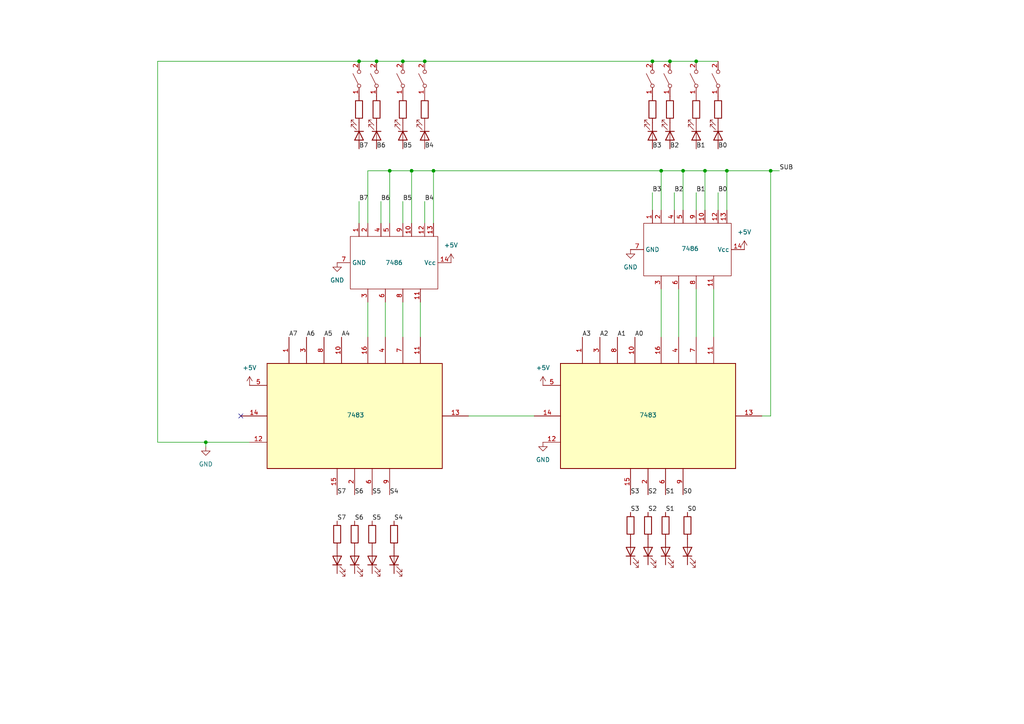
<source format=kicad_sch>
(kicad_sch (version 20250114) (generator "eeschema") (generator_version "9.0")
  (paper "A4")
  (lib_symbols
    (symbol "Device:LED" (pin_numbers (hide yes)) (pin_names (offset 1.016) (hide yes))
      (property "Reference" "D" (at 0 2.54 0))
      (property "Value" "LED" (at 0 -2.54 0))
      (symbol "LED_0_1"
        (polyline (pts (xy -3.048 -0.762) (xy -4.572 -2.286) (xy -3.81 -2.286) (xy -4.572 -2.286) (xy -4.572 -1.524)))
        (polyline (pts (xy -1.778 -0.762) (xy -3.302 -2.286) (xy -2.54 -2.286) (xy -3.302 -2.286) (xy -3.302 -1.524)))
        (polyline (pts (xy -1.27 0) (xy 1.27 0)))
        (polyline (pts (xy -1.27 -1.27) (xy -1.27 1.27)) (stroke (width 0.254)))
        (polyline (pts (xy 1.27 -1.27) (xy 1.27 1.27) (xy -1.27 0) (xy 1.27 -1.27)) (stroke (width 0.254)))
      )
      (symbol "LED_1_1"
        (pin passive line (at -3.81 0 0) (length 2.54) (name "K") (number "1"))
        (pin passive line (at 3.81 0 180) (length 2.54) (name "A") (number "2"))
      )
    )
    (symbol "Device:R" (pin_numbers (hide yes)) (pin_names (offset 0))
      (property "Reference" "R" (at 2.032 0 90))
      (property "Value" "R" (at 0 0 90))
      (symbol "R_0_1"
        (rectangle (start -1.016 -2.54) (end 1.016 2.54) (stroke (width 0.254)))
      )
      (symbol "R_1_1"
        (pin passive line (at 0 3.81 270) (length 1.27) (name "~") (number "1"))
        (pin passive line (at 0 -3.81 90) (length 1.27) (name "~") (number "2"))
      )
    )
    (symbol "NEW 7483_1" (pin_names (hide yes))
      (property "Reference" "IC7483" (at 0 0 0))
      (symbol "NEW 7483_1_0_0"
        (rectangle (start 25.4 15.24) (end -25.4 -15.24) (stroke (width 0.254)) (fill (type background)))
        (pin power_in line (at -30.48 8.89 0) (length 5.08) (name "VCC") (number "5"))
        (pin power_in line (at -30.48 -7.62 0) (length 5.08) (name "GND") (number "12"))
      )
      (symbol "NEW 7483_1_1_1"
        (pin input line (at -33.02 0 0) (length 7.62) (name "C4") (number "14"))
        (pin input line (at -19.05 22.86 270) (length 7.62) (name "A4") (number "1"))
        (pin input line (at -13.97 22.86 270) (length 7.62) (name "A3") (number "3"))
        (pin input line (at -8.89 22.86 270) (length 7.62) (name "A2") (number "8"))
        (pin output line (at -5.08 -22.86 90) (length 7.62) (name "S3") (number "15"))
        (pin input line (at -3.81 22.86 270) (length 7.62) (name "A1") (number "10"))
        (pin output line (at 0 -22.86 90) (length 7.62) (name "S2") (number "2"))
        (pin input line (at 3.81 22.86 270) (length 7.62) (name "B4") (number "16"))
        (pin output line (at 5.08 -22.86 90) (length 7.62) (name "S1") (number "6"))
        (pin input line (at 8.89 22.86 270) (length 7.62) (name "B3") (number "4"))
        (pin output line (at 10.16 -22.86 90) (length 7.62) (name "S0") (number "9"))
        (pin input line (at 13.97 22.86 270) (length 7.62) (name "B2") (number "7"))
        (pin input line (at 19.05 22.86 270) (length 7.62) (name "B1") (number "11"))
        (pin input line (at 33.02 0 180) (length 7.62) (name "C0") (number "13"))
      )
    )
    (symbol "New_Library:NEW 7483" (pin_names (hide yes))
      (property "Reference" "IC7483" (at 0 0 0))
      (symbol "NEW 7483_0_0"
        (rectangle (start 25.4 15.24) (end -25.4 -15.24) (stroke (width 0.254)) (fill (type background)))
        (pin power_in line (at -30.48 8.89 0) (length 5.08) (name "VCC") (number "5"))
        (pin power_in line (at -30.48 -7.62 0) (length 5.08) (name "GND") (number "12"))
      )
      (symbol "NEW 7483_1_1"
        (pin input line (at -33.02 0 0) (length 7.62) (name "C4") (number "14"))
        (pin input line (at -19.05 22.86 270) (length 7.62) (name "A4") (number "1"))
        (pin input line (at -13.97 22.86 270) (length 7.62) (name "A3") (number "3"))
        (pin input line (at -8.89 22.86 270) (length 7.62) (name "A2") (number "8"))
        (pin output line (at -5.08 -22.86 90) (length 7.62) (name "S3") (number "15"))
        (pin input line (at -3.81 22.86 270) (length 7.62) (name "A1") (number "10"))
        (pin output line (at 0 -22.86 90) (length 7.62) (name "S2") (number "2"))
        (pin input line (at 3.81 22.86 270) (length 7.62) (name "B4") (number "16"))
        (pin output line (at 5.08 -22.86 90) (length 7.62) (name "S1") (number "6"))
        (pin input line (at 8.89 22.86 270) (length 7.62) (name "B3") (number "4"))
        (pin output line (at 10.16 -22.86 90) (length 7.62) (name "S0") (number "9"))
        (pin input line (at 13.97 22.86 270) (length 7.62) (name "B2") (number "7"))
        (pin input line (at 19.05 22.86 270) (length 7.62) (name "B1") (number "11"))
        (pin input line (at 33.02 0 180) (length 7.62) (name "C0") (number "13"))
      )
    )
    (symbol "New_Library:NEW 7486"
      (property "Reference" "IC7486" (at 0 0 0))
      (symbol "NEW 7486_1_1"
        (rectangle (start -12.7 7.62) (end 12.7 -7.62))
        (pin power_in line (at -16.51 0 0) (length 3.81) (name "GND") (number "7"))
        (pin input line (at -10.16 11.43 270) (length 3.81) (name "") (number "1"))
        (pin input line (at -7.62 11.43 270) (length 3.81) (name "") (number "2"))
        (pin output line (at -7.62 -11.43 90) (length 3.81) (name "") (number "3"))
        (pin input line (at -3.81 11.43 270) (length 3.81) (name "") (number "4"))
        (pin output line (at -2.54 -11.43 90) (length 3.81) (name "") (number "6"))
        (pin input line (at -1.27 11.43 270) (length 3.81) (name "") (number "5"))
        (pin input line (at 2.54 11.43 270) (length 3.81) (name "") (number "9"))
        (pin output line (at 2.54 -11.43 90) (length 3.81) (name "") (number "8"))
        (pin input line (at 5.08 11.43 270) (length 3.81) (name "") (number "10"))
        (pin output line (at 7.62 -11.43 90) (length 3.81) (name "") (number "11"))
        (pin input line (at 8.89 11.43 270) (length 3.81) (name "") (number "12"))
        (pin input line (at 11.43 11.43 270) (length 3.81) (name "") (number "13"))
        (pin power_in line (at 16.51 0 180) (length 3.81) (name "Vcc") (number "14"))
      )
    )
    (symbol "Switch:SW_SPST" (pin_names (offset 0) (hide yes))
      (property "Reference" "SW" (at 0 3.175 0))
      (property "Value" "SW_SPST" (at 0 -2.54 0))
      (symbol "SW_SPST_0_0"
        (circle (center -2.032 0) (radius 0.508))
        (polyline (pts (xy -1.524 0.254) (xy 1.524 1.778)))
        (circle (center 2.032 0) (radius 0.508))
      )
      (symbol "SW_SPST_1_1"
        (pin passive line (at -5.08 0 0) (length 2.54) (name "A") (number "1"))
        (pin passive line (at 5.08 0 180) (length 2.54) (name "B") (number "2"))
      )
    )
    (symbol "power:+5V" (power) (pin_numbers (hide yes)) (pin_names (offset 0) (hide yes))
      (property "Value" "+5V" (at 0 3.556 0))
      (symbol "+5V_0_1"
        (polyline (pts (xy -0.762 1.27) (xy 0 2.54)))
        (polyline (pts (xy 0 2.54) (xy 0.762 1.27)))
        (polyline (pts (xy 0 0) (xy 0 2.54)))
      )
      (symbol "+5V_1_1"
        (pin power_in line (at 0 0 90) (length 0) (name "~") (number "1"))
      )
    )
    (symbol "power:GND" (power) (pin_numbers (hide yes)) (pin_names (offset 0) (hide yes))
      (property "Value" "GND" (at 0 -3.81 0))
      (symbol "GND_0_1"
        (polyline (pts (xy 0 0) (xy 0 -1.27) (xy 1.27 -1.27) (xy 0 -2.54) (xy -1.27 -1.27) (xy 0 -1.27)))
      )
      (symbol "GND_1_1"
        (pin power_in line (at 0 0 270) (length 0) (name "~") (number "1"))
      )
    )
  )
  (junction (at 113.03 49.53))
  (junction (at 198.12 49.53))
  (junction (at 104.14 17.78))
  (junction (at 201.93 17.78))
  (junction (at 223.52 49.53))
  (junction (at 123.19 17.78))
  (junction (at 189.23 17.78))
  (junction (at 125.73 49.53))
  (junction (at 210.82 49.53))
  (junction (at 204.47 49.53))
  (junction (at 191.77 49.53))
  (junction (at 116.84 17.78))
  (junction (at 59.69 128.27))
  (junction (at 194.31 17.78))
  (junction (at 119.38 49.53))
  (junction (at 109.22 17.78))
  (no_connect (at 69.85 120.65))
  (wire (pts (xy 194.31 17.78) (xy 201.93 17.78)))
  (wire (pts (xy 198.12 49.53) (xy 204.47 49.53)))
  (wire (pts (xy 116.84 17.78) (xy 123.19 17.78)))
  (wire (pts (xy 125.73 49.53) (xy 191.77 49.53)))
  (wire (pts (xy 223.52 49.53) (xy 226.06 49.53)))
  (wire (pts (xy 104.14 17.78) (xy 109.22 17.78)))
  (wire (pts (xy 125.73 49.53) (xy 125.73 64.77)))
  (wire (pts (xy 121.92 87.63) (xy 121.92 97.79)))
  (wire (pts (xy 106.68 64.77) (xy 106.68 49.53)))
  (wire (pts (xy 45.72 128.27) (xy 59.69 128.27)))
  (wire (pts (xy 191.77 49.53) (xy 198.12 49.53)))
  (wire (pts (xy 220.98 120.65) (xy 223.52 120.65)))
  (wire (pts (xy 198.12 49.53) (xy 198.12 60.96)))
  (wire (pts (xy 195.58 55.88) (xy 195.58 60.96)))
  (wire (pts (xy 119.38 49.53) (xy 125.73 49.53)))
  (wire (pts (xy 116.84 87.63) (xy 116.84 97.79)))
  (wire (pts (xy 110.49 58.42) (xy 110.49 64.77)))
  (wire (pts (xy 191.77 49.53) (xy 191.77 60.96)))
  (wire (pts (xy 45.72 17.78) (xy 45.72 128.27)))
  (wire (pts (xy 106.68 49.53) (xy 113.03 49.53)))
  (wire (pts (xy 204.47 49.53) (xy 204.47 60.96)))
  (wire (pts (xy 204.47 49.53) (xy 210.82 49.53)))
  (wire (pts (xy 201.93 55.88) (xy 201.93 60.96)))
  (wire (pts (xy 223.52 120.65) (xy 223.52 49.53)))
  (wire (pts (xy 104.14 17.78) (xy 45.72 17.78)))
  (wire (pts (xy 210.82 49.53) (xy 210.82 60.96)))
  (wire (pts (xy 189.23 17.78) (xy 194.31 17.78)))
  (wire (pts (xy 123.19 58.42) (xy 123.19 64.77)))
  (wire (pts (xy 201.93 17.78) (xy 208.28 17.78)))
  (wire (pts (xy 59.69 128.27) (xy 72.39 128.27)))
  (wire (pts (xy 59.69 128.27) (xy 59.69 129.54)))
  (wire (pts (xy 201.93 83.82) (xy 201.93 97.79)))
  (wire (pts (xy 109.22 17.78) (xy 116.84 17.78)))
  (wire (pts (xy 189.23 55.88) (xy 189.23 60.96)))
  (wire (pts (xy 196.85 83.82) (xy 196.85 97.79)))
  (wire (pts (xy 116.84 58.42) (xy 116.84 64.77)))
  (wire (pts (xy 123.19 17.78) (xy 189.23 17.78)))
  (wire (pts (xy 191.77 83.82) (xy 191.77 97.79)))
  (wire (pts (xy 208.28 55.88) (xy 208.28 60.96)))
  (wire (pts (xy 113.03 49.53) (xy 113.03 64.77)))
  (wire (pts (xy 119.38 49.53) (xy 119.38 64.77)))
  (wire (pts (xy 135.89 120.65) (xy 154.94 120.65)))
  (wire (pts (xy 113.03 49.53) (xy 119.38 49.53)))
  (wire (pts (xy 207.01 83.82) (xy 207.01 97.79)))
  (wire (pts (xy 104.14 58.42) (xy 104.14 64.77)))
  (wire (pts (xy 111.76 87.63) (xy 111.76 97.79)))
  (wire (pts (xy 106.68 87.63) (xy 106.68 97.79)))
  (wire (pts (xy 210.82 49.53) (xy 223.52 49.53)))
  (label "B2" (at 194.31 43.18 0))
  (label "B1" (at 201.93 55.88 0))
  (label "B3" (at 189.23 55.88 0))
  (label "S0" (at 198.12 143.51 0))
  (label "S7" (at 97.79 143.51 0))
  (label "S4" (at 113.03 143.51 0))
  (label "S1" (at 193.04 148.59 0))
  (label "A5" (at 93.98 97.79 0))
  (label "S5" (at 107.95 143.51 0))
  (label "S1" (at 193.04 143.51 0))
  (label "S4" (at 114.3 151.13 0))
  (label "S2" (at 187.96 143.51 0))
  (label "B7" (at 104.14 58.42 0))
  (label "A2" (at 173.99 97.79 0))
  (label "S3" (at 182.88 143.51 0))
  (label "A3" (at 168.91 97.79 0))
  (label "A6" (at 88.9 97.79 0))
  (label "A7" (at 83.82 97.79 0))
  (label "B3" (at 189.23 43.18 0))
  (label "B6" (at 110.49 58.42 0))
  (label "S2" (at 187.96 148.59 0))
  (label "A4" (at 99.06 97.79 0))
  (label "A1" (at 179.07 97.79 0))
  (label "S3" (at 182.88 148.59 0))
  (label "S0" (at 199.39 148.59 0))
  (label "B0" (at 208.28 55.88 0))
  (label "S5" (at 107.95 151.13 0))
  (label "B7" (at 104.14 43.18 0))
  (label "B2" (at 195.58 55.88 0))
  (label "B4" (at 123.19 58.42 0))
  (label "B5" (at 116.84 43.18 0))
  (label "B5" (at 116.84 58.42 0))
  (label "B0" (at 208.28 43.18 0))
  (label "S6" (at 102.87 143.51 0))
  (label "S6" (at 102.87 151.13 0))
  (label "B4" (at 123.19 43.18 0))
  (label "SUB" (at 226.06 49.53 0))
  (label "S7" (at 97.79 151.13 0))
  (label "A0" (at 184.15 97.79 0))
  (label "B6" (at 109.22 43.18 0))
  (label "B1" (at 201.93 43.18 0))
  (symbol (lib_id "Switch:SW_SPST") (at 123.19 22.86 90) (unit 1)
    (property "Reference" "SW4" (effects (hide yes)))
    (property "Value" "SW_SPST" (effects (hide yes)))
    (property "Footprint" "Button_Switch_Keyboard:SW_Matias_1.00u" (effects (hide yes)))
    (property "Description" "Single Pole Single Throw (SPST) switch" (effects (hide yes)))
  )
  (symbol (lib_id "Device:LED") (at 123.19 39.37 270) (unit 1)
    (property "Reference" "D4" (effects (hide yes)))
    (property "Value" "LED" (effects (hide yes)))
    (property "Footprint" "LED_THT:LED_D3.0mm" (effects (hide yes)))
    (property "Description" "Light emitting diode" (effects (hide yes)))
    (property "Sim.Pins" "1=K 2=A" (effects (hide yes)))
  )
  (symbol (lib_id "Device:R") (at 208.28 31.75 0) (unit 1)
    (property "Reference" "R8" (effects (hide yes)))
    (property "Value" "R" (effects (hide yes)))
    (property "Footprint" "Resistor_THT:R_Axial_DIN0204_L3.6mm_D1.6mm_P1.90mm_Vertical" (effects (hide yes)))
    (property "Description" "Resistor" (effects (hide yes)))
  )
  (symbol (lib_id "Device:LED") (at 201.93 39.37 270) (unit 1)
    (property "Reference" "D7" (effects (hide yes)))
    (property "Value" "LED" (effects (hide yes)))
    (property "Footprint" "LED_THT:LED_D3.0mm" (effects (hide yes)))
    (property "Description" "Light emitting diode" (effects (hide yes)))
    (property "Sim.Pins" "1=K 2=A" (effects (hide yes)))
  )
  (symbol (lib_id "Device:R") (at 187.96 152.4 0) (unit 1)
    (property "Reference" "R14" (effects (hide yes)))
    (property "Value" "R" (effects (hide yes)))
    (property "Footprint" "Resistor_THT:R_Axial_DIN0204_L3.6mm_D1.6mm_P1.90mm_Vertical" (effects (hide yes)))
    (property "Description" "Resistor" (effects (hide yes)))
  )
  (symbol (lib_id "Device:R") (at 109.22 31.75 0) (unit 1)
    (property "Reference" "R2" (effects (hide yes)))
    (property "Value" "R" (effects (hide yes)))
    (property "Footprint" "Resistor_THT:R_Axial_DIN0204_L3.6mm_D1.6mm_P1.90mm_Vertical" (effects (hide yes)))
    (property "Description" "Resistor" (effects (hide yes)))
  )
  (symbol (lib_id "Device:R") (at 182.88 152.4 0) (unit 1)
    (property "Reference" "R13" (effects (hide yes)))
    (property "Value" "R" (effects (hide yes)))
    (property "Footprint" "Resistor_THT:R_Axial_DIN0204_L3.6mm_D1.6mm_P1.90mm_Vertical" (effects (hide yes)))
    (property "Description" "Resistor" (effects (hide yes)))
  )
  (symbol (lib_id "Device:LED") (at 199.39 160.02 90) (unit 1)
    (property "Reference" "D16" (effects (hide yes)))
    (property "Value" "LED" (effects (hide yes)))
    (property "Footprint" "LED_THT:LED_D3.0mm" (effects (hide yes)))
    (property "Description" "Light emitting diode" (effects (hide yes)))
    (property "Sim.Pins" "1=K 2=A" (effects (hide yes)))
  )
  (symbol (lib_id "power:GND") (at 97.79 76.2 0) (unit 1)
    (property "Reference" "#PWR05" (effects (hide yes)))
    (property "Value" "GND" (at 97.79 81.28 0))
    (property "Description" "Power symbol creates a global label with name \"GND\" , ground" (effects (hide yes)))
  )
  (symbol (lib_id "Device:LED") (at 189.23 39.37 270) (unit 1)
    (property "Reference" "D5" (effects (hide yes)))
    (property "Value" "LED" (effects (hide yes)))
    (property "Footprint" "LED_THT:LED_D3.0mm" (effects (hide yes)))
    (property "Description" "Light emitting diode" (effects (hide yes)))
    (property "Sim.Pins" "1=K 2=A" (effects (hide yes)))
  )
  (symbol (lib_id "power:GND") (at 59.69 129.54 0) (unit 1)
    (property "Reference" "#PWR03" (effects (hide yes)))
    (property "Value" "GND" (at 59.69 134.62 0))
    (property "Description" "Power symbol creates a global label with name \"GND\" , ground" (effects (hide yes)))
  )
  (symbol (lib_id "Device:R") (at 199.39 152.4 0) (unit 1)
    (property "Reference" "R16" (effects (hide yes)))
    (property "Value" "R" (effects (hide yes)))
    (property "Footprint" "Resistor_THT:R_Axial_DIN0204_L3.6mm_D1.6mm_P1.90mm_Vertical" (effects (hide yes)))
    (property "Description" "Resistor" (effects (hide yes)))
  )
  (symbol (lib_id "Device:R") (at 114.3 154.94 0) (unit 1)
    (property "Reference" "R12" (effects (hide yes)))
    (property "Value" "R" (effects (hide yes)))
    (property "Footprint" "Resistor_THT:R_Axial_DIN0204_L3.6mm_D1.6mm_P1.90mm_Vertical" (effects (hide yes)))
    (property "Description" "Resistor" (effects (hide yes)))
  )
  (symbol (lib_id "Switch:SW_SPST") (at 104.14 22.86 90) (unit 1)
    (property "Reference" "SW1" (effects (hide yes)))
    (property "Value" "SW_SPST" (effects (hide yes)))
    (property "Footprint" "Button_Switch_THT:KSA_Tactile_SPST" (effects (hide yes)))
    (property "Description" "Single Pole Single Throw (SPST) switch" (effects (hide yes)))
  )
  (symbol (lib_id "Device:R") (at 116.84 31.75 0) (unit 1)
    (property "Reference" "R3" (effects (hide yes)))
    (property "Value" "R" (effects (hide yes)))
    (property "Footprint" "Resistor_THT:R_Axial_DIN0204_L3.6mm_D1.6mm_P1.90mm_Vertical" (effects (hide yes)))
    (property "Description" "Resistor" (effects (hide yes)))
  )
  (symbol (lib_id "Device:R") (at 189.23 31.75 0) (unit 1)
    (property "Reference" "R5" (effects (hide yes)))
    (property "Value" "R" (effects (hide yes)))
    (property "Footprint" "Resistor_THT:R_Axial_DIN0204_L3.6mm_D1.6mm_P1.90mm_Vertical" (effects (hide yes)))
    (property "Description" "Resistor" (effects (hide yes)))
  )
  (symbol (lib_id "Device:R") (at 193.04 152.4 0) (unit 1)
    (property "Reference" "R15" (effects (hide yes)))
    (property "Value" "R" (effects (hide yes)))
    (property "Footprint" "Resistor_THT:R_Axial_DIN0204_L3.6mm_D1.6mm_P1.90mm_Vertical" (effects (hide yes)))
    (property "Description" "Resistor" (effects (hide yes)))
  )
  (symbol (lib_id "Device:LED") (at 116.84 39.37 270) (unit 1)
    (property "Reference" "D3" (effects (hide yes)))
    (property "Value" "LED" (effects (hide yes)))
    (property "Footprint" "LED_THT:LED_D3.0mm" (effects (hide yes)))
    (property "Description" "Light emitting diode" (effects (hide yes)))
    (property "Sim.Pins" "1=K 2=A" (effects (hide yes)))
  )
  (symbol (lib_id "Device:LED") (at 182.88 160.02 90) (unit 1)
    (property "Reference" "D13" (effects (hide yes)))
    (property "Value" "LED" (effects (hide yes)))
    (property "Footprint" "LED_THT:LED_D3.0mm" (effects (hide yes)))
    (property "Description" "Light emitting diode" (effects (hide yes)))
    (property "Sim.Pins" "1=K 2=A" (effects (hide yes)))
  )
  (symbol (lib_id "Device:LED") (at 109.22 39.37 270) (unit 1)
    (property "Reference" "D2" (effects (hide yes)))
    (property "Value" "LED" (effects (hide yes)))
    (property "Footprint" "LED_THT:LED_D3.0mm" (effects (hide yes)))
    (property "Description" "Light emitting diode" (effects (hide yes)))
    (property "Sim.Pins" "1=K 2=A" (effects (hide yes)))
  )
  (symbol (lib_id "power:GND") (at 157.48 128.27 0) (unit 1)
    (property "Reference" "#PWR04" (effects (hide yes)))
    (property "Value" "GND" (at 157.48 133.35 0))
    (property "Description" "Power symbol creates a global label with name \"GND\" , ground" (effects (hide yes)))
  )
  (symbol (lib_id "Device:LED") (at 114.3 162.56 90) (unit 1)
    (property "Reference" "D12" (effects (hide yes)))
    (property "Value" "LED" (effects (hide yes)))
    (property "Footprint" "LED_THT:LED_D3.0mm" (effects (hide yes)))
    (property "Description" "Light emitting diode" (effects (hide yes)))
    (property "Sim.Pins" "1=K 2=A" (effects (hide yes)))
  )
  (symbol (lib_id "New_Library:NEW 7486") (at 114.3 76.2 0) (unit 1)
    (property "Reference" "IC3" (effects (hide yes)))
    (property "Value" "7486" (at 114.3 76.2 0))
  )
  (symbol (lib_id "Device:LED") (at 194.31 39.37 270) (unit 1)
    (property "Reference" "D6" (effects (hide yes)))
    (property "Value" "LED" (effects (hide yes)))
    (property "Footprint" "LED_THT:LED_D3.0mm" (effects (hide yes)))
    (property "Description" "Light emitting diode" (effects (hide yes)))
    (property "Sim.Pins" "1=K 2=A" (effects (hide yes)))
  )
  (symbol (lib_id "Device:R") (at 102.87 154.94 0) (unit 1)
    (property "Reference" "R10" (effects (hide yes)))
    (property "Value" "R" (effects (hide yes)))
    (property "Footprint" "Resistor_THT:R_Axial_DIN0204_L3.6mm_D1.6mm_P1.90mm_Vertical" (effects (hide yes)))
    (property "Description" "Resistor" (effects (hide yes)))
  )
  (symbol (lib_id "Device:R") (at 107.95 154.94 0) (unit 1)
    (property "Reference" "R11" (effects (hide yes)))
    (property "Value" "R" (effects (hide yes)))
    (property "Footprint" "Resistor_THT:R_Axial_DIN0204_L3.6mm_D1.6mm_P1.90mm_Vertical" (effects (hide yes)))
    (property "Description" "Resistor" (effects (hide yes)))
  )
  (symbol (lib_id "Device:LED") (at 107.95 162.56 90) (unit 1)
    (property "Reference" "D11" (effects (hide yes)))
    (property "Value" "LED" (effects (hide yes)))
    (property "Footprint" "LED_THT:LED_D3.0mm" (effects (hide yes)))
    (property "Description" "Light emitting diode" (effects (hide yes)))
    (property "Sim.Pins" "1=K 2=A" (effects (hide yes)))
  )
  (symbol (lib_id "New_Library:NEW 7486") (at 199.39 72.39 0) (unit 1)
    (property "Reference" "IC4" (effects (hide yes)))
    (property "Value" "7486" (at 200.152 72.136 0))
  )
  (symbol (lib_id "Switch:SW_SPST") (at 109.22 22.86 90) (unit 1)
    (property "Reference" "SW2" (effects (hide yes)))
    (property "Value" "SW_SPST" (effects (hide yes)))
    (property "Footprint" "Button_Switch_THT:KSA_Tactile_SPST" (effects (hide yes)))
    (property "Description" "Single Pole Single Throw (SPST) switch" (effects (hide yes)))
  )
  (symbol (lib_id "Device:LED") (at 104.14 39.37 270) (unit 1)
    (property "Reference" "D1" (effects (hide yes)))
    (property "Value" "LED" (effects (hide yes)))
    (property "Footprint" "LED_THT:LED_D3.0mm" (effects (hide yes)))
    (property "Description" "Light emitting diode" (effects (hide yes)))
    (property "Sim.Pins" "1=K 2=A" (effects (hide yes)))
  )
  (symbol (lib_id "Device:LED") (at 187.96 160.02 90) (unit 1)
    (property "Reference" "D14" (effects (hide yes)))
    (property "Value" "LED" (effects (hide yes)))
    (property "Footprint" "LED_THT:LED_D3.0mm" (effects (hide yes)))
    (property "Description" "Light emitting diode" (effects (hide yes)))
    (property "Sim.Pins" "1=K 2=A" (effects (hide yes)))
  )
  (symbol (lib_id "Device:LED") (at 102.87 162.56 90) (unit 1)
    (property "Reference" "D10" (effects (hide yes)))
    (property "Value" "LED" (effects (hide yes)))
    (property "Footprint" "LED_THT:LED_D3.0mm" (effects (hide yes)))
    (property "Description" "Light emitting diode" (effects (hide yes)))
    (property "Sim.Pins" "1=K 2=A" (effects (hide yes)))
  )
  (symbol (lib_id "Device:R") (at 104.14 31.75 0) (unit 1)
    (property "Reference" "R1" (effects (hide yes)))
    (property "Value" "R" (effects (hide yes)))
    (property "Footprint" "Resistor_THT:R_Axial_DIN0204_L3.6mm_D1.6mm_P1.90mm_Vertical" (effects (hide yes)))
    (property "Description" "Resistor" (effects (hide yes)))
  )
  (symbol (lib_id "Device:LED") (at 208.28 39.37 270) (unit 1)
    (property "Reference" "D8" (effects (hide yes)))
    (property "Value" "LED" (effects (hide yes)))
    (property "Footprint" "LED_THT:LED_D3.0mm" (effects (hide yes)))
    (property "Description" "Light emitting diode" (effects (hide yes)))
    (property "Sim.Pins" "1=K 2=A" (effects (hide yes)))
  )
  (symbol (lib_id "Switch:SW_SPST") (at 194.31 22.86 90) (unit 1)
    (property "Reference" "SW6" (effects (hide yes)))
    (property "Value" "SW_SPST" (effects (hide yes)))
    (property "Footprint" "Button_Switch_Keyboard:SW_Matias_1.00u" (effects (hide yes)))
    (property "Description" "Single Pole Single Throw (SPST) switch" (effects (hide yes)))
  )
  (symbol (lib_id "Device:LED") (at 193.04 160.02 90) (unit 1)
    (property "Reference" "D15" (effects (hide yes)))
    (property "Value" "LED" (effects (hide yes)))
    (property "Footprint" "LED_THT:LED_D3.0mm" (effects (hide yes)))
    (property "Description" "Light emitting diode" (effects (hide yes)))
    (property "Sim.Pins" "1=K 2=A" (effects (hide yes)))
  )
  (symbol (lib_id "Switch:SW_SPST") (at 201.93 22.86 90) (unit 1)
    (property "Reference" "SW7" (effects (hide yes)))
    (property "Value" "SW_SPST" (effects (hide yes)))
    (property "Footprint" "Button_Switch_Keyboard:SW_Matias_1.00u" (effects (hide yes)))
    (property "Description" "Single Pole Single Throw (SPST) switch" (effects (hide yes)))
  )
  (symbol (lib_id "power:+5V") (at 130.81 76.2 0) (unit 1)
    (property "Reference" "#PWR07" (effects (hide yes)))
    (property "Value" "+5V" (at 130.81 71.12 0))
    (property "Description" "Power symbol creates a global label with name \"+5V\"" (effects (hide yes)))
  )
  (symbol (lib_name "NEW 7483_1") (lib_id "New_Library:NEW 7483") (at 102.87 120.65 0) (unit 1)
    (property "Reference" "IC1" (effects (hide yes)))
    (property "Value" "7483" (at 103.124 120.396 0))
  )
  (symbol (lib_id "power:+5V") (at 157.48 111.76 0) (unit 1)
    (property "Reference" "#PWR02" (effects (hide yes)))
    (property "Value" "+5V" (at 157.48 106.68 0))
    (property "Description" "Power symbol creates a global label with name \"+5V\"" (effects (hide yes)))
  )
  (symbol (lib_id "Switch:SW_SPST") (at 208.28 22.86 90) (unit 1)
    (property "Reference" "SW8" (effects (hide yes)))
    (property "Value" "SW_SPST" (effects (hide yes)))
    (property "Footprint" "Button_Switch_Keyboard:SW_Matias_1.00u" (effects (hide yes)))
    (property "Description" "Single Pole Single Throw (SPST) switch" (effects (hide yes)))
  )
  (symbol (lib_id "Device:R") (at 201.93 31.75 0) (unit 1)
    (property "Reference" "R7" (effects (hide yes)))
    (property "Value" "R" (effects (hide yes)))
    (property "Footprint" "Resistor_THT:R_Axial_DIN0204_L3.6mm_D1.6mm_P1.90mm_Vertical" (effects (hide yes)))
    (property "Description" "Resistor" (effects (hide yes)))
  )
  (symbol (lib_id "power:+5V") (at 72.39 111.76 0) (unit 1)
    (property "Reference" "#PWR01" (effects (hide yes)))
    (property "Value" "+5V" (at 72.39 106.68 0))
    (property "Description" "Power symbol creates a global label with name \"+5V\"" (effects (hide yes)))
  )
  (symbol (lib_id "power:GND") (at 182.88 72.39 0) (unit 1)
    (property "Reference" "#PWR06" (effects (hide yes)))
    (property "Value" "GND" (at 182.88 77.47 0))
    (property "Description" "Power symbol creates a global label with name \"GND\" , ground" (effects (hide yes)))
  )
  (symbol (lib_id "power:+5V") (at 215.9 72.39 0) (unit 1)
    (property "Reference" "#PWR08" (effects (hide yes)))
    (property "Value" "+5V" (at 215.9 67.31 0))
    (property "Description" "Power symbol creates a global label with name \"+5V\"" (effects (hide yes)))
  )
  (symbol (lib_id "New_Library:NEW 7483") (at 187.96 120.65 0) (unit 1)
    (property "Reference" "IC2" (effects (hide yes)))
    (property "Value" "7483" (at 187.96 120.396 0))
  )
  (symbol (lib_id "Switch:SW_SPST") (at 116.84 22.86 90) (unit 1)
    (property "Reference" "SW3" (effects (hide yes)))
    (property "Value" "SW_SPST" (effects (hide yes)))
    (property "Footprint" "Button_Switch_THT:KSA_Tactile_SPST" (effects (hide yes)))
    (property "Description" "Single Pole Single Throw (SPST) switch" (effects (hide yes)))
  )
  (symbol (lib_id "Device:R") (at 194.31 31.75 0) (unit 1)
    (property "Reference" "R6" (effects (hide yes)))
    (property "Value" "R" (effects (hide yes)))
    (property "Footprint" "Resistor_THT:R_Axial_DIN0204_L3.6mm_D1.6mm_P1.90mm_Vertical" (effects (hide yes)))
    (property "Description" "Resistor" (effects (hide yes)))
  )
  (symbol (lib_id "Device:LED") (at 97.79 162.56 90) (unit 1)
    (property "Reference" "D9" (effects (hide yes)))
    (property "Value" "LED" (effects (hide yes)))
    (property "Footprint" "LED_THT:LED_D3.0mm" (effects (hide yes)))
    (property "Description" "Light emitting diode" (effects (hide yes)))
    (property "Sim.Pins" "1=K 2=A" (effects (hide yes)))
  )
  (symbol (lib_id "Device:R") (at 97.79 154.94 0) (unit 1)
    (property "Reference" "R9" (effects (hide yes)))
    (property "Value" "R" (effects (hide yes)))
    (property "Footprint" "Resistor_THT:R_Axial_DIN0204_L3.6mm_D1.6mm_P1.90mm_Vertical" (effects (hide yes)))
    (property "Description" "Resistor" (effects (hide yes)))
  )
  (symbol (lib_id "Switch:SW_SPST") (at 189.23 22.86 90) (unit 1)
    (property "Reference" "SW5" (effects (hide yes)))
    (property "Value" "SW_SPST" (effects (hide yes)))
    (property "Footprint" "Button_Switch_Keyboard:SW_Matias_1.00u" (effects (hide yes)))
    (property "Description" "Single Pole Single Throw (SPST) switch" (effects (hide yes)))
  )
  (symbol (lib_id "Device:R") (at 123.19 31.75 0) (unit 1)
    (property "Reference" "R4" (effects (hide yes)))
    (property "Value" "R" (effects (hide yes)))
    (property "Footprint" "Resistor_THT:R_Axial_DIN0204_L3.6mm_D1.6mm_P1.90mm_Vertical" (effects (hide yes)))
    (property "Description" "Resistor" (effects (hide yes)))
  )
)
</source>
